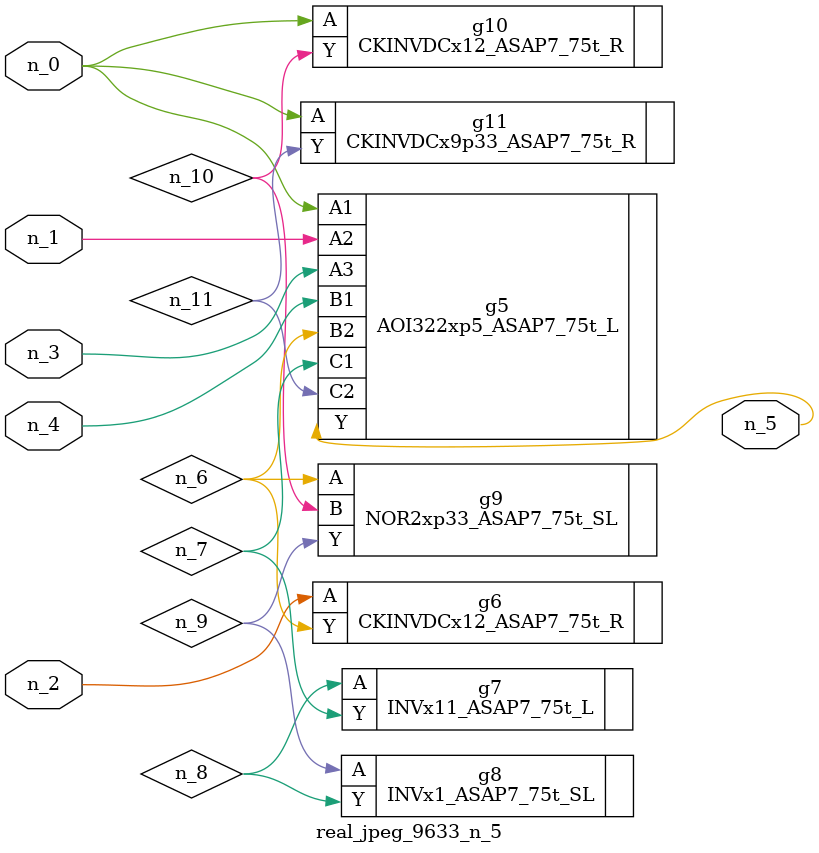
<source format=v>
module real_jpeg_9633_n_5 (n_4, n_0, n_1, n_2, n_3, n_5);

input n_4;
input n_0;
input n_1;
input n_2;
input n_3;

output n_5;

wire n_8;
wire n_11;
wire n_6;
wire n_7;
wire n_10;
wire n_9;

AOI322xp5_ASAP7_75t_L g5 ( 
.A1(n_0),
.A2(n_1),
.A3(n_3),
.B1(n_4),
.B2(n_6),
.C1(n_7),
.C2(n_11),
.Y(n_5)
);

CKINVDCx12_ASAP7_75t_R g10 ( 
.A(n_0),
.Y(n_10)
);

CKINVDCx9p33_ASAP7_75t_R g11 ( 
.A(n_0),
.Y(n_11)
);

CKINVDCx12_ASAP7_75t_R g6 ( 
.A(n_2),
.Y(n_6)
);

NOR2xp33_ASAP7_75t_SL g9 ( 
.A(n_6),
.B(n_10),
.Y(n_9)
);

INVx11_ASAP7_75t_L g7 ( 
.A(n_8),
.Y(n_7)
);

INVx1_ASAP7_75t_SL g8 ( 
.A(n_9),
.Y(n_8)
);


endmodule
</source>
